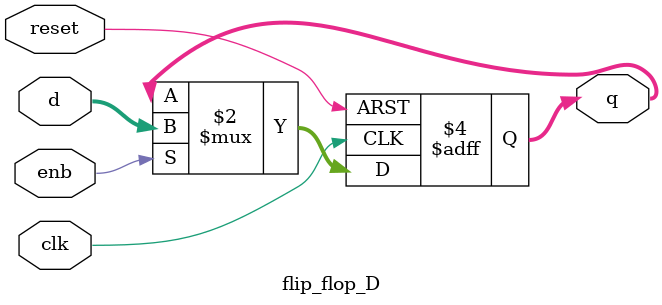
<source format=sv>
module flip_flop_D	
	#(parameter N = 20)
	(input logic clk, reset, enb, input logic [N-1:0] d, output logic [N-1:0] q);
	
	always_ff @(posedge clk, posedge reset)
		begin
		if (reset) q <= 'b0;
		else if (enb) q <= d;	
		end

endmodule

</source>
